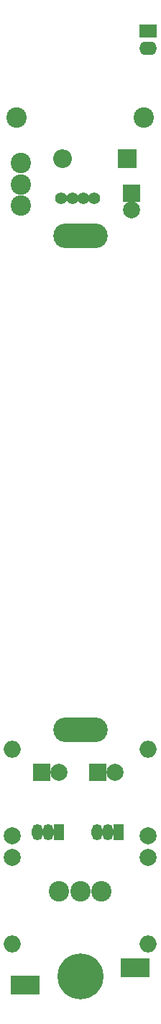
<source format=gts>
G04 #@! TF.FileFunction,Soldermask,Top*
%FSLAX46Y46*%
G04 Gerber Fmt 4.6, Leading zero omitted, Abs format (unit mm)*
G04 Created by KiCad (PCBNEW 4.0.6) date Sat May 20 01:56:05 2017*
%MOMM*%
%LPD*%
G01*
G04 APERTURE LIST*
%ADD10C,0.100000*%
%ADD11O,6.400000X2.900000*%
%ADD12R,2.000000X2.000000*%
%ADD13C,2.000000*%
%ADD14R,2.200000X2.200000*%
%ADD15O,2.200000X2.200000*%
%ADD16C,2.400000*%
%ADD17O,1.299160X1.901140*%
%ADD18R,1.299160X1.901140*%
%ADD19O,2.000000X2.000000*%
%ADD20R,2.100000X1.600000*%
%ADD21O,2.100000X1.600000*%
%ADD22R,3.400000X2.200000*%
%ADD23C,5.400000*%
%ADD24C,1.400000*%
G04 APERTURE END LIST*
D10*
D11*
X127000000Y-64000000D03*
X127000000Y-122000000D03*
D12*
X133000000Y-59000000D03*
D13*
X133000000Y-61000000D03*
D12*
X122500000Y-127000000D03*
D13*
X124500000Y-127000000D03*
D12*
X129100000Y-127000000D03*
D13*
X131100000Y-127000000D03*
D14*
X132500000Y-55000000D03*
D15*
X124880000Y-55000000D03*
D16*
X134500000Y-50100000D03*
X119500000Y-50100000D03*
D17*
X130230000Y-134000000D03*
X128960000Y-134000000D03*
D18*
X131500000Y-134000000D03*
D17*
X123230000Y-134000000D03*
X121960000Y-134000000D03*
D18*
X124500000Y-134000000D03*
D13*
X135000000Y-134500000D03*
D19*
X135000000Y-124340000D03*
D13*
X119000000Y-134500000D03*
D19*
X119000000Y-124340000D03*
D16*
X120000000Y-60500000D03*
X120000000Y-58000000D03*
X120000000Y-55500000D03*
X129500000Y-141000000D03*
X127000000Y-141000000D03*
X124500000Y-141000000D03*
D20*
X135000000Y-40000000D03*
D21*
X135000000Y-42000000D03*
D13*
X119000000Y-137000000D03*
D19*
X119000000Y-147160000D03*
D13*
X135000000Y-137000000D03*
D19*
X135000000Y-147160000D03*
D22*
X133500000Y-150000000D03*
X120500000Y-152000000D03*
D23*
X127000000Y-151000000D03*
D24*
X128635000Y-59600000D03*
X127335000Y-59600000D03*
X126065000Y-59600000D03*
X124765000Y-59600000D03*
M02*

</source>
